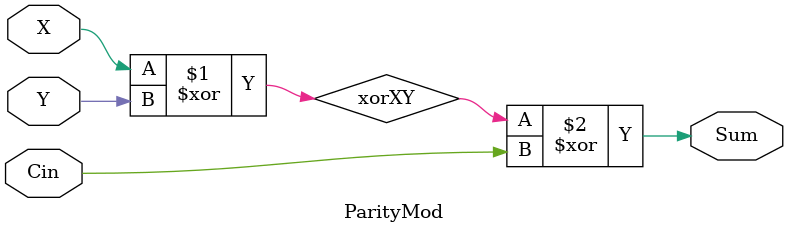
<source format=v>
module TestMod; 
      parameter STDIN = 32'h8000_0000; // keyboard input

   reg [7:0] str [1:3]; // type in 3 chars (two decimal digits and Enter key)
   reg [4:0] X, Y;      // 5-bit X, Y
   wire C5;             // last carry
   wire [4:0] S;        //5-bit Sum to see as result

   BigAdder myadder(X, Y, S, C5);
      
    initial begin
      $display("Enter X (two digit 00~15 (since max is 01111): ");
      str[1] = $fgetc(STDIN); // ASCII # of 1st digit
      str[2] = $fgetc(STDIN); // ASCII # of 2nd digit
      str[3] = $fgetc(STDIN); // ENTER key
      X = (str[1] - 48) * 10 + str[2] - 48;

      $display("Enter Y (two digit 00~15 (since max is 01111): ");
      str[1] = $fgetc(STDIN); // ASCII # of 1st digit
      str[2] = $fgetc(STDIN); // ASCII # of 2nd digit
      str[3] = $fgetc(STDIN); // ENTER key
      Y = (str[1] - 48) * 10 + str[2] - 48;

      #1; // wait until add/sub done

      $display("X =%d (%b)  Y =%d (%b)", X, X, Y, Y);
      $display("Result =%d (%b)  C5 = %b", S, S, C5);
   end

endmodule

module BigAdder(X, Y, S, C5);
   input [4:0] X,Y;
   output [4:0] S;
   output C5;

   wire [0:5] C;
   assign C[0] = 0;   // 0 to do adding, 1 subtracting
   assign C5 = C[5];   // 0 to do adding, 1 subtracting

   FullAdderMod FA0( X[0], Y[0], C[0], S[0], C[1] ); // C0 is 0
   FullAdderMod FA1( X[1], Y[1], C[1], S[1], C[2] );
   FullAdderMod FA2( X[2], Y[2], C[2], S[2], C[3] );
   FullAdderMod FA3( X[3], Y[3], C[3], S[3], C[4] );
   FullAdderMod FA4( X[4], Y[4], C[4], S[4], C[5] );
     
endmodule

module FullAdderMod(X, Y, Cin, Sum ,Cout);
  input Cin, X, Y;
  output Cout, Sum;

  ParityMod my_parity(X, Y, Cin, Sum);
  MajorityMod my_majority(X, Y, Cin, Cout);
endmodule

module MajorityMod(Cin, X, Y, Cout);
   input Cin, X, Y;
   output Cout;

   wire [0:2] and_out;

   and(and_out[0], X, Y);
   and(and_out[1], X, Cin);
   and(and_out[2], Y, Cin);
   or(Cout, and_out[0], and_out[1], and_out[2]);
endmodule

module ParityMod(Cin, X, Y, Sum);
   input Cin, X, Y;
   output Sum;

   wire xorXY;

   xor(xorXY, X, Y);
   xor(Sum, xorXY, Cin);
endmodule

</source>
